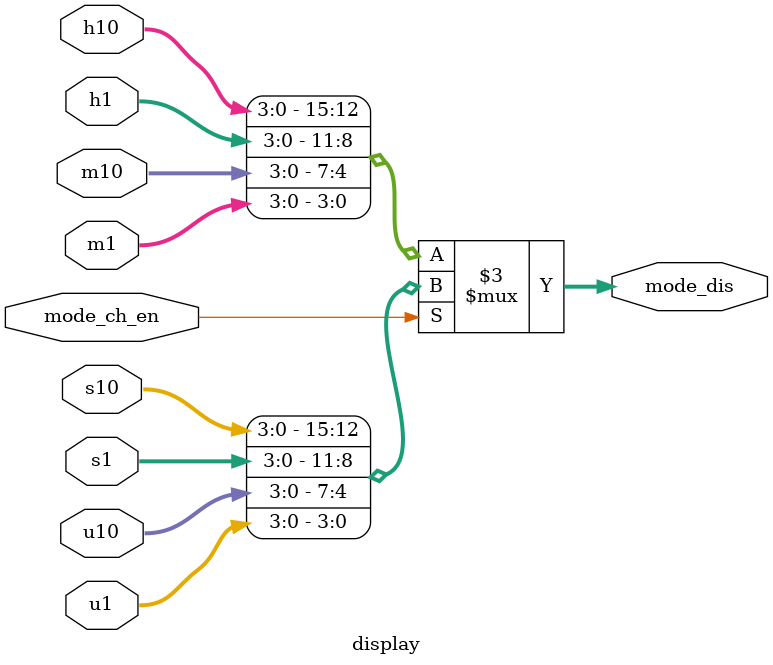
<source format=v>
`timescale 1ns / 1ps
`define BCD_BIT_WIDTH 4
module display(mode_dis, h10, h1, m10, m1, s10, s1, u10, u1, mode_ch_en);
	output reg [4*`BCD_BIT_WIDTH-1:0] mode_dis;
	input [`BCD_BIT_WIDTH-1:0] h10, h1, m10, m1, s10, s1, u10, u1;
	input mode_ch_en;
	
	always @*
		if(mode_ch_en)	mode_dis={s10, s1, u10, u1};
		else	mode_dis={h10, h1, m10, m1};
endmodule

</source>
